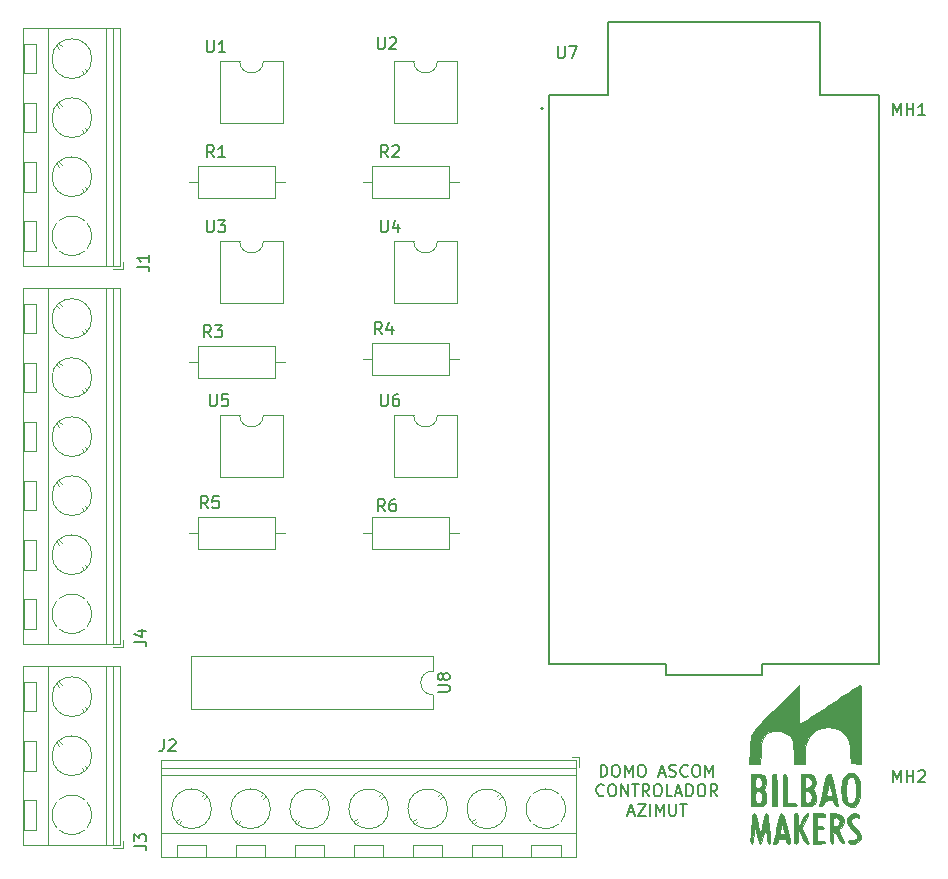
<source format=gbr>
G04 #@! TF.GenerationSoftware,KiCad,Pcbnew,(5.1.5)-3*
G04 #@! TF.CreationDate,2020-04-24T15:39:01+02:00*
G04 #@! TF.ProjectId,PlacaIOAzimut,506c6163-6149-44f4-917a-696d75742e6b,rev?*
G04 #@! TF.SameCoordinates,Original*
G04 #@! TF.FileFunction,Legend,Top*
G04 #@! TF.FilePolarity,Positive*
%FSLAX46Y46*%
G04 Gerber Fmt 4.6, Leading zero omitted, Abs format (unit mm)*
G04 Created by KiCad (PCBNEW (5.1.5)-3) date 2020-04-24 15:39:01*
%MOMM*%
%LPD*%
G04 APERTURE LIST*
%ADD10C,0.150000*%
%ADD11C,0.010000*%
%ADD12C,0.120000*%
%ADD13C,0.127000*%
%ADD14C,0.200000*%
G04 APERTURE END LIST*
D10*
X95822095Y-107768380D02*
X95822095Y-106768380D01*
X96060190Y-106768380D01*
X96203047Y-106816000D01*
X96298285Y-106911238D01*
X96345904Y-107006476D01*
X96393523Y-107196952D01*
X96393523Y-107339809D01*
X96345904Y-107530285D01*
X96298285Y-107625523D01*
X96203047Y-107720761D01*
X96060190Y-107768380D01*
X95822095Y-107768380D01*
X97012571Y-106768380D02*
X97203047Y-106768380D01*
X97298285Y-106816000D01*
X97393523Y-106911238D01*
X97441142Y-107101714D01*
X97441142Y-107435047D01*
X97393523Y-107625523D01*
X97298285Y-107720761D01*
X97203047Y-107768380D01*
X97012571Y-107768380D01*
X96917333Y-107720761D01*
X96822095Y-107625523D01*
X96774476Y-107435047D01*
X96774476Y-107101714D01*
X96822095Y-106911238D01*
X96917333Y-106816000D01*
X97012571Y-106768380D01*
X97869714Y-107768380D02*
X97869714Y-106768380D01*
X98203047Y-107482666D01*
X98536380Y-106768380D01*
X98536380Y-107768380D01*
X99203047Y-106768380D02*
X99393523Y-106768380D01*
X99488761Y-106816000D01*
X99584000Y-106911238D01*
X99631619Y-107101714D01*
X99631619Y-107435047D01*
X99584000Y-107625523D01*
X99488761Y-107720761D01*
X99393523Y-107768380D01*
X99203047Y-107768380D01*
X99107809Y-107720761D01*
X99012571Y-107625523D01*
X98964952Y-107435047D01*
X98964952Y-107101714D01*
X99012571Y-106911238D01*
X99107809Y-106816000D01*
X99203047Y-106768380D01*
X100774476Y-107482666D02*
X101250666Y-107482666D01*
X100679238Y-107768380D02*
X101012571Y-106768380D01*
X101345904Y-107768380D01*
X101631619Y-107720761D02*
X101774476Y-107768380D01*
X102012571Y-107768380D01*
X102107809Y-107720761D01*
X102155428Y-107673142D01*
X102203047Y-107577904D01*
X102203047Y-107482666D01*
X102155428Y-107387428D01*
X102107809Y-107339809D01*
X102012571Y-107292190D01*
X101822095Y-107244571D01*
X101726857Y-107196952D01*
X101679238Y-107149333D01*
X101631619Y-107054095D01*
X101631619Y-106958857D01*
X101679238Y-106863619D01*
X101726857Y-106816000D01*
X101822095Y-106768380D01*
X102060190Y-106768380D01*
X102203047Y-106816000D01*
X103203047Y-107673142D02*
X103155428Y-107720761D01*
X103012571Y-107768380D01*
X102917333Y-107768380D01*
X102774476Y-107720761D01*
X102679238Y-107625523D01*
X102631619Y-107530285D01*
X102584000Y-107339809D01*
X102584000Y-107196952D01*
X102631619Y-107006476D01*
X102679238Y-106911238D01*
X102774476Y-106816000D01*
X102917333Y-106768380D01*
X103012571Y-106768380D01*
X103155428Y-106816000D01*
X103203047Y-106863619D01*
X103822095Y-106768380D02*
X104012571Y-106768380D01*
X104107809Y-106816000D01*
X104203047Y-106911238D01*
X104250666Y-107101714D01*
X104250666Y-107435047D01*
X104203047Y-107625523D01*
X104107809Y-107720761D01*
X104012571Y-107768380D01*
X103822095Y-107768380D01*
X103726857Y-107720761D01*
X103631619Y-107625523D01*
X103584000Y-107435047D01*
X103584000Y-107101714D01*
X103631619Y-106911238D01*
X103726857Y-106816000D01*
X103822095Y-106768380D01*
X104679238Y-107768380D02*
X104679238Y-106768380D01*
X105012571Y-107482666D01*
X105345904Y-106768380D01*
X105345904Y-107768380D01*
X96084000Y-109323142D02*
X96036380Y-109370761D01*
X95893523Y-109418380D01*
X95798285Y-109418380D01*
X95655428Y-109370761D01*
X95560190Y-109275523D01*
X95512571Y-109180285D01*
X95464952Y-108989809D01*
X95464952Y-108846952D01*
X95512571Y-108656476D01*
X95560190Y-108561238D01*
X95655428Y-108466000D01*
X95798285Y-108418380D01*
X95893523Y-108418380D01*
X96036380Y-108466000D01*
X96084000Y-108513619D01*
X96703047Y-108418380D02*
X96893523Y-108418380D01*
X96988761Y-108466000D01*
X97084000Y-108561238D01*
X97131619Y-108751714D01*
X97131619Y-109085047D01*
X97084000Y-109275523D01*
X96988761Y-109370761D01*
X96893523Y-109418380D01*
X96703047Y-109418380D01*
X96607809Y-109370761D01*
X96512571Y-109275523D01*
X96464952Y-109085047D01*
X96464952Y-108751714D01*
X96512571Y-108561238D01*
X96607809Y-108466000D01*
X96703047Y-108418380D01*
X97560190Y-109418380D02*
X97560190Y-108418380D01*
X98131619Y-109418380D01*
X98131619Y-108418380D01*
X98464952Y-108418380D02*
X99036380Y-108418380D01*
X98750666Y-109418380D02*
X98750666Y-108418380D01*
X99941142Y-109418380D02*
X99607809Y-108942190D01*
X99369714Y-109418380D02*
X99369714Y-108418380D01*
X99750666Y-108418380D01*
X99845904Y-108466000D01*
X99893523Y-108513619D01*
X99941142Y-108608857D01*
X99941142Y-108751714D01*
X99893523Y-108846952D01*
X99845904Y-108894571D01*
X99750666Y-108942190D01*
X99369714Y-108942190D01*
X100560190Y-108418380D02*
X100750666Y-108418380D01*
X100845904Y-108466000D01*
X100941142Y-108561238D01*
X100988761Y-108751714D01*
X100988761Y-109085047D01*
X100941142Y-109275523D01*
X100845904Y-109370761D01*
X100750666Y-109418380D01*
X100560190Y-109418380D01*
X100464952Y-109370761D01*
X100369714Y-109275523D01*
X100322095Y-109085047D01*
X100322095Y-108751714D01*
X100369714Y-108561238D01*
X100464952Y-108466000D01*
X100560190Y-108418380D01*
X101893523Y-109418380D02*
X101417333Y-109418380D01*
X101417333Y-108418380D01*
X102179238Y-109132666D02*
X102655428Y-109132666D01*
X102084000Y-109418380D02*
X102417333Y-108418380D01*
X102750666Y-109418380D01*
X103084000Y-109418380D02*
X103084000Y-108418380D01*
X103322095Y-108418380D01*
X103464952Y-108466000D01*
X103560190Y-108561238D01*
X103607809Y-108656476D01*
X103655428Y-108846952D01*
X103655428Y-108989809D01*
X103607809Y-109180285D01*
X103560190Y-109275523D01*
X103464952Y-109370761D01*
X103322095Y-109418380D01*
X103084000Y-109418380D01*
X104274476Y-108418380D02*
X104464952Y-108418380D01*
X104560190Y-108466000D01*
X104655428Y-108561238D01*
X104703047Y-108751714D01*
X104703047Y-109085047D01*
X104655428Y-109275523D01*
X104560190Y-109370761D01*
X104464952Y-109418380D01*
X104274476Y-109418380D01*
X104179238Y-109370761D01*
X104084000Y-109275523D01*
X104036380Y-109085047D01*
X104036380Y-108751714D01*
X104084000Y-108561238D01*
X104179238Y-108466000D01*
X104274476Y-108418380D01*
X105703047Y-109418380D02*
X105369714Y-108942190D01*
X105131619Y-109418380D02*
X105131619Y-108418380D01*
X105512571Y-108418380D01*
X105607809Y-108466000D01*
X105655428Y-108513619D01*
X105703047Y-108608857D01*
X105703047Y-108751714D01*
X105655428Y-108846952D01*
X105607809Y-108894571D01*
X105512571Y-108942190D01*
X105131619Y-108942190D01*
X98155428Y-110782666D02*
X98631619Y-110782666D01*
X98060190Y-111068380D02*
X98393523Y-110068380D01*
X98726857Y-111068380D01*
X98964952Y-110068380D02*
X99631619Y-110068380D01*
X98964952Y-111068380D01*
X99631619Y-111068380D01*
X100012571Y-111068380D02*
X100012571Y-110068380D01*
X100488761Y-111068380D02*
X100488761Y-110068380D01*
X100822095Y-110782666D01*
X101155428Y-110068380D01*
X101155428Y-111068380D01*
X101631619Y-110068380D02*
X101631619Y-110877904D01*
X101679238Y-110973142D01*
X101726857Y-111020761D01*
X101822095Y-111068380D01*
X102012571Y-111068380D01*
X102107809Y-111020761D01*
X102155428Y-110973142D01*
X102203047Y-110877904D01*
X102203047Y-110068380D01*
X102536380Y-110068380D02*
X103107809Y-110068380D01*
X102822095Y-111068380D02*
X102822095Y-110068380D01*
D11*
G36*
X112602391Y-101605944D02*
G01*
X112605580Y-102117704D01*
X112614462Y-102568363D01*
X112628007Y-102930945D01*
X112645184Y-103178476D01*
X112664962Y-103283981D01*
X112666532Y-103285423D01*
X112750309Y-103248963D01*
X112959264Y-103127717D01*
X113276604Y-102932296D01*
X113685538Y-102673309D01*
X114169274Y-102361368D01*
X114711018Y-102007082D01*
X115168047Y-101704846D01*
X115749111Y-101319162D01*
X116289313Y-100961383D01*
X116771006Y-100643137D01*
X117176542Y-100376050D01*
X117488274Y-100171753D01*
X117688553Y-100041873D01*
X117755084Y-100000249D01*
X117792662Y-99986752D01*
X117823379Y-100003257D01*
X117847923Y-100064945D01*
X117866982Y-100186999D01*
X117881247Y-100384600D01*
X117891403Y-100672929D01*
X117898141Y-101067168D01*
X117902148Y-101582499D01*
X117904114Y-102234104D01*
X117904725Y-103037164D01*
X117904748Y-103300780D01*
X117904748Y-106686373D01*
X117006768Y-106634673D01*
X116954619Y-105779454D01*
X116911829Y-105261008D01*
X116848417Y-104874222D01*
X116752552Y-104579937D01*
X116612400Y-104338995D01*
X116466815Y-104165135D01*
X116068050Y-103856397D01*
X115585908Y-103666370D01*
X115062108Y-103597116D01*
X114538372Y-103650700D01*
X114056422Y-103829185D01*
X113764096Y-104031441D01*
X113521389Y-104282782D01*
X113349692Y-104565275D01*
X113235746Y-104916083D01*
X113166296Y-105372372D01*
X113136162Y-105791733D01*
X113090958Y-106677434D01*
X112193241Y-106677434D01*
X112162202Y-105699629D01*
X112135981Y-105190589D01*
X112084474Y-104817303D01*
X111992365Y-104544772D01*
X111844335Y-104337999D01*
X111625068Y-104161984D01*
X111439805Y-104049043D01*
X110989174Y-103886110D01*
X110505550Y-103884704D01*
X110073007Y-104017285D01*
X109816497Y-104170610D01*
X109629157Y-104380693D01*
X109500175Y-104674233D01*
X109418739Y-105077928D01*
X109374037Y-105618479D01*
X109368071Y-105758074D01*
X109333637Y-106677434D01*
X108388726Y-106677434D01*
X108430172Y-105629791D01*
X108447777Y-105225286D01*
X108473355Y-104886071D01*
X108518695Y-104592675D01*
X108595591Y-104325628D01*
X108715833Y-104065460D01*
X108891213Y-103792699D01*
X109133523Y-103487876D01*
X109454554Y-103131521D01*
X109866099Y-102704162D01*
X110379949Y-102186329D01*
X110723799Y-101842560D01*
X112602391Y-99965424D01*
X112602391Y-101605944D01*
G37*
X112602391Y-101605944D02*
X112605580Y-102117704D01*
X112614462Y-102568363D01*
X112628007Y-102930945D01*
X112645184Y-103178476D01*
X112664962Y-103283981D01*
X112666532Y-103285423D01*
X112750309Y-103248963D01*
X112959264Y-103127717D01*
X113276604Y-102932296D01*
X113685538Y-102673309D01*
X114169274Y-102361368D01*
X114711018Y-102007082D01*
X115168047Y-101704846D01*
X115749111Y-101319162D01*
X116289313Y-100961383D01*
X116771006Y-100643137D01*
X117176542Y-100376050D01*
X117488274Y-100171753D01*
X117688553Y-100041873D01*
X117755084Y-100000249D01*
X117792662Y-99986752D01*
X117823379Y-100003257D01*
X117847923Y-100064945D01*
X117866982Y-100186999D01*
X117881247Y-100384600D01*
X117891403Y-100672929D01*
X117898141Y-101067168D01*
X117902148Y-101582499D01*
X117904114Y-102234104D01*
X117904725Y-103037164D01*
X117904748Y-103300780D01*
X117904748Y-106686373D01*
X117006768Y-106634673D01*
X116954619Y-105779454D01*
X116911829Y-105261008D01*
X116848417Y-104874222D01*
X116752552Y-104579937D01*
X116612400Y-104338995D01*
X116466815Y-104165135D01*
X116068050Y-103856397D01*
X115585908Y-103666370D01*
X115062108Y-103597116D01*
X114538372Y-103650700D01*
X114056422Y-103829185D01*
X113764096Y-104031441D01*
X113521389Y-104282782D01*
X113349692Y-104565275D01*
X113235746Y-104916083D01*
X113166296Y-105372372D01*
X113136162Y-105791733D01*
X113090958Y-106677434D01*
X112193241Y-106677434D01*
X112162202Y-105699629D01*
X112135981Y-105190589D01*
X112084474Y-104817303D01*
X111992365Y-104544772D01*
X111844335Y-104337999D01*
X111625068Y-104161984D01*
X111439805Y-104049043D01*
X110989174Y-103886110D01*
X110505550Y-103884704D01*
X110073007Y-104017285D01*
X109816497Y-104170610D01*
X109629157Y-104380693D01*
X109500175Y-104674233D01*
X109418739Y-105077928D01*
X109374037Y-105618479D01*
X109368071Y-105758074D01*
X109333637Y-106677434D01*
X108388726Y-106677434D01*
X108430172Y-105629791D01*
X108447777Y-105225286D01*
X108473355Y-104886071D01*
X108518695Y-104592675D01*
X108595591Y-104325628D01*
X108715833Y-104065460D01*
X108891213Y-103792699D01*
X109133523Y-103487876D01*
X109454554Y-103131521D01*
X109866099Y-102704162D01*
X110379949Y-102186329D01*
X110723799Y-101842560D01*
X112602391Y-99965424D01*
X112602391Y-101605944D01*
G36*
X115320522Y-107544535D02*
G01*
X115339091Y-107568160D01*
X115356719Y-107662995D01*
X115404285Y-107888711D01*
X115473810Y-108209402D01*
X115557316Y-108589161D01*
X115646824Y-108992081D01*
X115734358Y-109382255D01*
X115811937Y-109723777D01*
X115871585Y-109980739D01*
X115905322Y-110117234D01*
X115906023Y-110119690D01*
X115893482Y-110241023D01*
X115779259Y-110269353D01*
X115634132Y-110206041D01*
X115551899Y-110008251D01*
X115501480Y-109843219D01*
X115410813Y-109773820D01*
X115223415Y-109767625D01*
X115142283Y-109773066D01*
X114907440Y-109807525D01*
X114789287Y-109886550D01*
X114740340Y-110012788D01*
X114625524Y-110202388D01*
X114493764Y-110254967D01*
X114352001Y-110250384D01*
X114335969Y-110155170D01*
X114343678Y-110126684D01*
X114379389Y-109988217D01*
X114444352Y-109718870D01*
X114530047Y-109354581D01*
X114554232Y-109250017D01*
X114924690Y-109250017D01*
X114954901Y-109363659D01*
X115049294Y-109407706D01*
X115169677Y-109414134D01*
X115347049Y-109398637D01*
X115397076Y-109319233D01*
X115374905Y-109178949D01*
X115316896Y-108937947D01*
X115242712Y-108649310D01*
X115230002Y-108601677D01*
X115138065Y-108259589D01*
X115032983Y-108687198D01*
X114952704Y-109035092D01*
X114924690Y-109250017D01*
X114554232Y-109250017D01*
X114627952Y-108931292D01*
X114651730Y-108827495D01*
X114750552Y-108404322D01*
X114839409Y-108040463D01*
X114909965Y-107768868D01*
X114953884Y-107622488D01*
X114960032Y-107608808D01*
X115055372Y-107555884D01*
X115204441Y-107531360D01*
X115320522Y-107544535D01*
G37*
X115320522Y-107544535D02*
X115339091Y-107568160D01*
X115356719Y-107662995D01*
X115404285Y-107888711D01*
X115473810Y-108209402D01*
X115557316Y-108589161D01*
X115646824Y-108992081D01*
X115734358Y-109382255D01*
X115811937Y-109723777D01*
X115871585Y-109980739D01*
X115905322Y-110117234D01*
X115906023Y-110119690D01*
X115893482Y-110241023D01*
X115779259Y-110269353D01*
X115634132Y-110206041D01*
X115551899Y-110008251D01*
X115501480Y-109843219D01*
X115410813Y-109773820D01*
X115223415Y-109767625D01*
X115142283Y-109773066D01*
X114907440Y-109807525D01*
X114789287Y-109886550D01*
X114740340Y-110012788D01*
X114625524Y-110202388D01*
X114493764Y-110254967D01*
X114352001Y-110250384D01*
X114335969Y-110155170D01*
X114343678Y-110126684D01*
X114379389Y-109988217D01*
X114444352Y-109718870D01*
X114530047Y-109354581D01*
X114554232Y-109250017D01*
X114924690Y-109250017D01*
X114954901Y-109363659D01*
X115049294Y-109407706D01*
X115169677Y-109414134D01*
X115347049Y-109398637D01*
X115397076Y-109319233D01*
X115374905Y-109178949D01*
X115316896Y-108937947D01*
X115242712Y-108649310D01*
X115230002Y-108601677D01*
X115138065Y-108259589D01*
X115032983Y-108687198D01*
X114952704Y-109035092D01*
X114924690Y-109250017D01*
X114554232Y-109250017D01*
X114627952Y-108931292D01*
X114651730Y-108827495D01*
X114750552Y-108404322D01*
X114839409Y-108040463D01*
X114909965Y-107768868D01*
X114953884Y-107622488D01*
X114960032Y-107608808D01*
X115055372Y-107555884D01*
X115204441Y-107531360D01*
X115320522Y-107544535D01*
G36*
X113567682Y-107552362D02*
G01*
X113778443Y-107621159D01*
X113885219Y-107703697D01*
X114015758Y-107938134D01*
X114054016Y-108237519D01*
X113997577Y-108523580D01*
X113914725Y-108659084D01*
X113820129Y-108789404D01*
X113850163Y-108895623D01*
X113914725Y-108971879D01*
X114015545Y-109185335D01*
X114053538Y-109485448D01*
X114028154Y-109799569D01*
X113938842Y-110055051D01*
X113923130Y-110079280D01*
X113818301Y-110189452D01*
X113667438Y-110247226D01*
X113418658Y-110267976D01*
X113281716Y-110269353D01*
X112773434Y-110269353D01*
X112773434Y-109499656D01*
X113115522Y-109499656D01*
X113131630Y-109817289D01*
X113192363Y-109984109D01*
X113316333Y-110018358D01*
X113522153Y-109938279D01*
X113548754Y-109924257D01*
X113672666Y-109789580D01*
X113713947Y-109540982D01*
X113714175Y-109513752D01*
X113670111Y-109206603D01*
X113531454Y-109035221D01*
X113312222Y-108986525D01*
X113203015Y-108999867D01*
X113144037Y-109066517D01*
X113119977Y-109226411D01*
X113115522Y-109499656D01*
X112773434Y-109499656D01*
X112773434Y-108259589D01*
X113115522Y-108259589D01*
X113123319Y-108532160D01*
X113156085Y-108674136D01*
X113227881Y-108725617D01*
X113280457Y-108729959D01*
X113474129Y-108671866D01*
X113579784Y-108595568D01*
X113697723Y-108379025D01*
X113691409Y-108138882D01*
X113580883Y-107929127D01*
X113386186Y-107803747D01*
X113280457Y-107789219D01*
X113184880Y-107811455D01*
X113135096Y-107904899D01*
X113117044Y-108109651D01*
X113115522Y-108259589D01*
X112773434Y-108259589D01*
X112773434Y-107532653D01*
X113243805Y-107532653D01*
X113567682Y-107552362D01*
G37*
X113567682Y-107552362D02*
X113778443Y-107621159D01*
X113885219Y-107703697D01*
X114015758Y-107938134D01*
X114054016Y-108237519D01*
X113997577Y-108523580D01*
X113914725Y-108659084D01*
X113820129Y-108789404D01*
X113850163Y-108895623D01*
X113914725Y-108971879D01*
X114015545Y-109185335D01*
X114053538Y-109485448D01*
X114028154Y-109799569D01*
X113938842Y-110055051D01*
X113923130Y-110079280D01*
X113818301Y-110189452D01*
X113667438Y-110247226D01*
X113418658Y-110267976D01*
X113281716Y-110269353D01*
X112773434Y-110269353D01*
X112773434Y-109499656D01*
X113115522Y-109499656D01*
X113131630Y-109817289D01*
X113192363Y-109984109D01*
X113316333Y-110018358D01*
X113522153Y-109938279D01*
X113548754Y-109924257D01*
X113672666Y-109789580D01*
X113713947Y-109540982D01*
X113714175Y-109513752D01*
X113670111Y-109206603D01*
X113531454Y-109035221D01*
X113312222Y-108986525D01*
X113203015Y-108999867D01*
X113144037Y-109066517D01*
X113119977Y-109226411D01*
X113115522Y-109499656D01*
X112773434Y-109499656D01*
X112773434Y-108259589D01*
X113115522Y-108259589D01*
X113123319Y-108532160D01*
X113156085Y-108674136D01*
X113227881Y-108725617D01*
X113280457Y-108729959D01*
X113474129Y-108671866D01*
X113579784Y-108595568D01*
X113697723Y-108379025D01*
X113691409Y-108138882D01*
X113580883Y-107929127D01*
X113386186Y-107803747D01*
X113280457Y-107789219D01*
X113184880Y-107811455D01*
X113135096Y-107904899D01*
X113117044Y-108109651D01*
X113115522Y-108259589D01*
X112773434Y-108259589D01*
X112773434Y-107532653D01*
X113243805Y-107532653D01*
X113567682Y-107552362D01*
G36*
X111471773Y-107541289D02*
G01*
X111518433Y-107584422D01*
X111548629Y-107687886D01*
X111565924Y-107877520D01*
X111573882Y-108179158D01*
X111576066Y-108618637D01*
X111576128Y-108772720D01*
X111576128Y-110012788D01*
X112003737Y-110012788D01*
X112272645Y-110026521D01*
X112403984Y-110074069D01*
X112431347Y-110141070D01*
X112396140Y-110210769D01*
X112269549Y-110250659D01*
X112020114Y-110267483D01*
X111832694Y-110269353D01*
X111234040Y-110269353D01*
X111234040Y-108901003D01*
X111235039Y-108389352D01*
X111240086Y-108024130D01*
X111252259Y-107780721D01*
X111274633Y-107634515D01*
X111310285Y-107560897D01*
X111362292Y-107535254D01*
X111405084Y-107532653D01*
X111471773Y-107541289D01*
G37*
X111471773Y-107541289D02*
X111518433Y-107584422D01*
X111548629Y-107687886D01*
X111565924Y-107877520D01*
X111573882Y-108179158D01*
X111576066Y-108618637D01*
X111576128Y-108772720D01*
X111576128Y-110012788D01*
X112003737Y-110012788D01*
X112272645Y-110026521D01*
X112403984Y-110074069D01*
X112431347Y-110141070D01*
X112396140Y-110210769D01*
X112269549Y-110250659D01*
X112020114Y-110267483D01*
X111832694Y-110269353D01*
X111234040Y-110269353D01*
X111234040Y-108901003D01*
X111235039Y-108389352D01*
X111240086Y-108024130D01*
X111252259Y-107780721D01*
X111274633Y-107634515D01*
X111310285Y-107560897D01*
X111362292Y-107535254D01*
X111405084Y-107532653D01*
X111471773Y-107541289D01*
G36*
X110613822Y-107540642D02*
G01*
X110659475Y-107581020D01*
X110689901Y-107678398D01*
X110708176Y-107857390D01*
X110717379Y-108142609D01*
X110720584Y-108558669D01*
X110720909Y-108901003D01*
X110720909Y-110269353D01*
X110300304Y-110269353D01*
X110330717Y-108965145D01*
X110341825Y-108508485D01*
X110352313Y-108113004D01*
X110361284Y-107809963D01*
X110367841Y-107630626D01*
X110369976Y-107596794D01*
X110449750Y-107544433D01*
X110549865Y-107532653D01*
X110613822Y-107540642D01*
G37*
X110613822Y-107540642D02*
X110659475Y-107581020D01*
X110689901Y-107678398D01*
X110708176Y-107857390D01*
X110717379Y-108142609D01*
X110720584Y-108558669D01*
X110720909Y-108901003D01*
X110720909Y-110269353D01*
X110300304Y-110269353D01*
X110330717Y-108965145D01*
X110341825Y-108508485D01*
X110352313Y-108113004D01*
X110361284Y-107809963D01*
X110367841Y-107630626D01*
X110369976Y-107596794D01*
X110449750Y-107544433D01*
X110549865Y-107532653D01*
X110613822Y-107540642D01*
G36*
X109324134Y-107552187D02*
G01*
X109556566Y-107602066D01*
X109637493Y-107639836D01*
X109777196Y-107834208D01*
X109841786Y-108114176D01*
X109823252Y-108408001D01*
X109744966Y-108602143D01*
X109653482Y-108771834D01*
X109667039Y-108899605D01*
X109734045Y-109007677D01*
X109835040Y-109268934D01*
X109859872Y-109599857D01*
X109808656Y-109917020D01*
X109732558Y-110079280D01*
X109627728Y-110189452D01*
X109476865Y-110247226D01*
X109228085Y-110267976D01*
X109091144Y-110269353D01*
X108582862Y-110269353D01*
X108582862Y-109499656D01*
X108924950Y-109499656D01*
X108930064Y-109784544D01*
X108955613Y-109938401D01*
X109016906Y-110001164D01*
X109121650Y-110012788D01*
X109322695Y-109970542D01*
X109420976Y-109910161D01*
X109496382Y-109741333D01*
X109520533Y-109492107D01*
X109493427Y-109245267D01*
X109420976Y-109089151D01*
X109257154Y-109006300D01*
X109121650Y-108986525D01*
X109012443Y-108999867D01*
X108953464Y-109066517D01*
X108929405Y-109226411D01*
X108924950Y-109499656D01*
X108582862Y-109499656D01*
X108582862Y-108265270D01*
X108924950Y-108265270D01*
X108929087Y-108535673D01*
X108955165Y-108674439D01*
X109023684Y-108720966D01*
X109155144Y-108714655D01*
X109158561Y-108714259D01*
X109371465Y-108625374D01*
X109473185Y-108455459D01*
X109507145Y-108180466D01*
X109427595Y-107949899D01*
X109257794Y-107810348D01*
X109140588Y-107789219D01*
X109017663Y-107800997D01*
X108953328Y-107864091D01*
X108928720Y-108020145D01*
X108924950Y-108265270D01*
X108582862Y-108265270D01*
X108582862Y-107532653D01*
X109036887Y-107532653D01*
X109324134Y-107552187D01*
G37*
X109324134Y-107552187D02*
X109556566Y-107602066D01*
X109637493Y-107639836D01*
X109777196Y-107834208D01*
X109841786Y-108114176D01*
X109823252Y-108408001D01*
X109744966Y-108602143D01*
X109653482Y-108771834D01*
X109667039Y-108899605D01*
X109734045Y-109007677D01*
X109835040Y-109268934D01*
X109859872Y-109599857D01*
X109808656Y-109917020D01*
X109732558Y-110079280D01*
X109627728Y-110189452D01*
X109476865Y-110247226D01*
X109228085Y-110267976D01*
X109091144Y-110269353D01*
X108582862Y-110269353D01*
X108582862Y-109499656D01*
X108924950Y-109499656D01*
X108930064Y-109784544D01*
X108955613Y-109938401D01*
X109016906Y-110001164D01*
X109121650Y-110012788D01*
X109322695Y-109970542D01*
X109420976Y-109910161D01*
X109496382Y-109741333D01*
X109520533Y-109492107D01*
X109493427Y-109245267D01*
X109420976Y-109089151D01*
X109257154Y-109006300D01*
X109121650Y-108986525D01*
X109012443Y-108999867D01*
X108953464Y-109066517D01*
X108929405Y-109226411D01*
X108924950Y-109499656D01*
X108582862Y-109499656D01*
X108582862Y-108265270D01*
X108924950Y-108265270D01*
X108929087Y-108535673D01*
X108955165Y-108674439D01*
X109023684Y-108720966D01*
X109155144Y-108714655D01*
X109158561Y-108714259D01*
X109371465Y-108625374D01*
X109473185Y-108455459D01*
X109507145Y-108180466D01*
X109427595Y-107949899D01*
X109257794Y-107810348D01*
X109140588Y-107789219D01*
X109017663Y-107800997D01*
X108953328Y-107864091D01*
X108928720Y-108020145D01*
X108924950Y-108265270D01*
X108582862Y-108265270D01*
X108582862Y-107532653D01*
X109036887Y-107532653D01*
X109324134Y-107552187D01*
G36*
X117391616Y-107557524D02*
G01*
X117564911Y-107711179D01*
X117699458Y-107940465D01*
X117707496Y-107962492D01*
X117771955Y-108266906D01*
X117805761Y-108672482D01*
X117808084Y-109111959D01*
X117778091Y-109518076D01*
X117729903Y-109775081D01*
X117569652Y-110100363D01*
X117326729Y-110296475D01*
X117035779Y-110353603D01*
X116731445Y-110261929D01*
X116537791Y-110112860D01*
X116371677Y-109896442D01*
X116274273Y-109621654D01*
X116235188Y-109385924D01*
X116211075Y-108955036D01*
X116625142Y-108955036D01*
X116641089Y-109328623D01*
X116677525Y-109635641D01*
X116721169Y-109794959D01*
X116877049Y-109969743D01*
X117086127Y-110007813D01*
X117289464Y-109901613D01*
X117317003Y-109871361D01*
X117381113Y-109715914D01*
X117419494Y-109425818D01*
X117434112Y-108984826D01*
X117434377Y-108901003D01*
X117422721Y-108434980D01*
X117381417Y-108114803D01*
X117300958Y-107916464D01*
X117171840Y-107815954D01*
X116994179Y-107789219D01*
X116800329Y-107856997D01*
X116705324Y-108008591D01*
X116656751Y-108237646D01*
X116630194Y-108572252D01*
X116625142Y-108955036D01*
X116211075Y-108955036D01*
X116202150Y-108795555D01*
X116255097Y-108295799D01*
X116385532Y-107900090D01*
X116584959Y-107621862D01*
X116844882Y-107474548D01*
X117156805Y-107471582D01*
X117391616Y-107557524D01*
G37*
X117391616Y-107557524D02*
X117564911Y-107711179D01*
X117699458Y-107940465D01*
X117707496Y-107962492D01*
X117771955Y-108266906D01*
X117805761Y-108672482D01*
X117808084Y-109111959D01*
X117778091Y-109518076D01*
X117729903Y-109775081D01*
X117569652Y-110100363D01*
X117326729Y-110296475D01*
X117035779Y-110353603D01*
X116731445Y-110261929D01*
X116537791Y-110112860D01*
X116371677Y-109896442D01*
X116274273Y-109621654D01*
X116235188Y-109385924D01*
X116211075Y-108955036D01*
X116625142Y-108955036D01*
X116641089Y-109328623D01*
X116677525Y-109635641D01*
X116721169Y-109794959D01*
X116877049Y-109969743D01*
X117086127Y-110007813D01*
X117289464Y-109901613D01*
X117317003Y-109871361D01*
X117381113Y-109715914D01*
X117419494Y-109425818D01*
X117434112Y-108984826D01*
X117434377Y-108901003D01*
X117422721Y-108434980D01*
X117381417Y-108114803D01*
X117300958Y-107916464D01*
X117171840Y-107815954D01*
X116994179Y-107789219D01*
X116800329Y-107856997D01*
X116705324Y-108008591D01*
X116656751Y-108237646D01*
X116630194Y-108572252D01*
X116625142Y-108955036D01*
X116211075Y-108955036D01*
X116202150Y-108795555D01*
X116255097Y-108295799D01*
X116385532Y-107900090D01*
X116584959Y-107621862D01*
X116844882Y-107474548D01*
X117156805Y-107471582D01*
X117391616Y-107557524D01*
G36*
X115574276Y-110869267D02*
G01*
X115971932Y-110927644D01*
X116249763Y-111094941D01*
X116389973Y-111339462D01*
X116414868Y-111624252D01*
X116345972Y-111889867D01*
X116204154Y-112078121D01*
X116107758Y-112126324D01*
X115970053Y-112178986D01*
X115937744Y-112210879D01*
X115972918Y-112301240D01*
X116066123Y-112504554D01*
X116198881Y-112780796D01*
X116231647Y-112847556D01*
X116376123Y-113145805D01*
X116449136Y-113321332D01*
X116456306Y-113404104D01*
X116403255Y-113424089D01*
X116338549Y-113417520D01*
X116190435Y-113336716D01*
X116033642Y-113123071D01*
X115917201Y-112899151D01*
X115783450Y-112644794D01*
X115666083Y-112467129D01*
X115596494Y-112407400D01*
X115549960Y-112485560D01*
X115518905Y-112690977D01*
X115510135Y-112920532D01*
X115500283Y-113218484D01*
X115465358Y-113378453D01*
X115397309Y-113432651D01*
X115381852Y-113433663D01*
X115331644Y-113410394D01*
X115296159Y-113324738D01*
X115273020Y-113152920D01*
X115259848Y-112871166D01*
X115254266Y-112455701D01*
X115253569Y-112150835D01*
X115253569Y-111594943D01*
X115510135Y-111594943D01*
X115519120Y-111832534D01*
X115562784Y-111945102D01*
X115666184Y-111978399D01*
X115720930Y-111979791D01*
X115938547Y-111904384D01*
X116029056Y-111797929D01*
X116079866Y-111562480D01*
X116004372Y-111353687D01*
X115830817Y-111226291D01*
X115725773Y-111210094D01*
X115592742Y-111225778D01*
X115529713Y-111303413D01*
X115510984Y-111488871D01*
X115510135Y-111594943D01*
X115253569Y-111594943D01*
X115253569Y-110868007D01*
X115574276Y-110869267D01*
G37*
X115574276Y-110869267D02*
X115971932Y-110927644D01*
X116249763Y-111094941D01*
X116389973Y-111339462D01*
X116414868Y-111624252D01*
X116345972Y-111889867D01*
X116204154Y-112078121D01*
X116107758Y-112126324D01*
X115970053Y-112178986D01*
X115937744Y-112210879D01*
X115972918Y-112301240D01*
X116066123Y-112504554D01*
X116198881Y-112780796D01*
X116231647Y-112847556D01*
X116376123Y-113145805D01*
X116449136Y-113321332D01*
X116456306Y-113404104D01*
X116403255Y-113424089D01*
X116338549Y-113417520D01*
X116190435Y-113336716D01*
X116033642Y-113123071D01*
X115917201Y-112899151D01*
X115783450Y-112644794D01*
X115666083Y-112467129D01*
X115596494Y-112407400D01*
X115549960Y-112485560D01*
X115518905Y-112690977D01*
X115510135Y-112920532D01*
X115500283Y-113218484D01*
X115465358Y-113378453D01*
X115397309Y-113432651D01*
X115381852Y-113433663D01*
X115331644Y-113410394D01*
X115296159Y-113324738D01*
X115273020Y-113152920D01*
X115259848Y-112871166D01*
X115254266Y-112455701D01*
X115253569Y-112150835D01*
X115253569Y-111594943D01*
X115510135Y-111594943D01*
X115519120Y-111832534D01*
X115562784Y-111945102D01*
X115666184Y-111978399D01*
X115720930Y-111979791D01*
X115938547Y-111904384D01*
X116029056Y-111797929D01*
X116079866Y-111562480D01*
X116004372Y-111353687D01*
X115830817Y-111226291D01*
X115725773Y-111210094D01*
X115592742Y-111225778D01*
X115529713Y-111303413D01*
X115510984Y-111488871D01*
X115510135Y-111594943D01*
X115253569Y-111594943D01*
X115253569Y-110868007D01*
X115574276Y-110869267D01*
G36*
X114599423Y-110874247D02*
G01*
X114754283Y-110901663D01*
X114816526Y-110963292D01*
X114825960Y-111039050D01*
X114797273Y-111150953D01*
X114681324Y-111200410D01*
X114483872Y-111210094D01*
X114141785Y-111210094D01*
X114141785Y-111594943D01*
X114148174Y-111831410D01*
X114191481Y-111943385D01*
X114307910Y-111977417D01*
X114441111Y-111979791D01*
X114662498Y-112007609D01*
X114739897Y-112096390D01*
X114740438Y-112108074D01*
X114675529Y-112202954D01*
X114468373Y-112236125D01*
X114441111Y-112236357D01*
X114141785Y-112236357D01*
X114141785Y-113177097D01*
X114483872Y-113177097D01*
X114721736Y-113198280D01*
X114819751Y-113268500D01*
X114825960Y-113305380D01*
X114786552Y-113379868D01*
X114646854Y-113419861D01*
X114374655Y-113433410D01*
X114312828Y-113433663D01*
X113799697Y-113433663D01*
X113799697Y-110868007D01*
X114312828Y-110868007D01*
X114599423Y-110874247D01*
G37*
X114599423Y-110874247D02*
X114754283Y-110901663D01*
X114816526Y-110963292D01*
X114825960Y-111039050D01*
X114797273Y-111150953D01*
X114681324Y-111200410D01*
X114483872Y-111210094D01*
X114141785Y-111210094D01*
X114141785Y-111594943D01*
X114148174Y-111831410D01*
X114191481Y-111943385D01*
X114307910Y-111977417D01*
X114441111Y-111979791D01*
X114662498Y-112007609D01*
X114739897Y-112096390D01*
X114740438Y-112108074D01*
X114675529Y-112202954D01*
X114468373Y-112236125D01*
X114441111Y-112236357D01*
X114141785Y-112236357D01*
X114141785Y-113177097D01*
X114483872Y-113177097D01*
X114721736Y-113198280D01*
X114819751Y-113268500D01*
X114825960Y-113305380D01*
X114786552Y-113379868D01*
X114646854Y-113419861D01*
X114374655Y-113433410D01*
X114312828Y-113433663D01*
X113799697Y-113433663D01*
X113799697Y-110868007D01*
X114312828Y-110868007D01*
X114599423Y-110874247D01*
G36*
X113424026Y-110891438D02*
G01*
X113409385Y-110983127D01*
X113330610Y-111186328D01*
X113203542Y-111461355D01*
X113167905Y-111533074D01*
X112867223Y-112130149D01*
X113162416Y-112746114D01*
X113300268Y-113037932D01*
X113403730Y-113264892D01*
X113455016Y-113387721D01*
X113457609Y-113397871D01*
X113386043Y-113427545D01*
X113295903Y-113433663D01*
X113178408Y-113379327D01*
X113049371Y-113202115D01*
X112893309Y-112880719D01*
X112892024Y-112877771D01*
X112764146Y-112604138D01*
X112654863Y-112405675D01*
X112586379Y-112322370D01*
X112583360Y-112321879D01*
X112549498Y-112399889D01*
X112525549Y-112603998D01*
X112516869Y-112877771D01*
X112511538Y-113178611D01*
X112487792Y-113346336D01*
X112434003Y-113418742D01*
X112345825Y-113433663D01*
X112280088Y-113425257D01*
X112233768Y-113383098D01*
X112203478Y-113281779D01*
X112185830Y-113095890D01*
X112177436Y-112800023D01*
X112174909Y-112368769D01*
X112174781Y-112150835D01*
X112175902Y-111657806D01*
X112181523Y-111310409D01*
X112195032Y-111083235D01*
X112219818Y-110950875D01*
X112259267Y-110887920D01*
X112316767Y-110868962D01*
X112345825Y-110868007D01*
X112438391Y-110885332D01*
X112489999Y-110962505D01*
X112512278Y-111137320D01*
X112516869Y-111423899D01*
X112527231Y-111706990D01*
X112554342Y-111907209D01*
X112590711Y-111979791D01*
X112660484Y-111907732D01*
X112771734Y-111719038D01*
X112897287Y-111461194D01*
X113075947Y-111118212D01*
X113237959Y-110915025D01*
X113373444Y-110862320D01*
X113424026Y-110891438D01*
G37*
X113424026Y-110891438D02*
X113409385Y-110983127D01*
X113330610Y-111186328D01*
X113203542Y-111461355D01*
X113167905Y-111533074D01*
X112867223Y-112130149D01*
X113162416Y-112746114D01*
X113300268Y-113037932D01*
X113403730Y-113264892D01*
X113455016Y-113387721D01*
X113457609Y-113397871D01*
X113386043Y-113427545D01*
X113295903Y-113433663D01*
X113178408Y-113379327D01*
X113049371Y-113202115D01*
X112893309Y-112880719D01*
X112892024Y-112877771D01*
X112764146Y-112604138D01*
X112654863Y-112405675D01*
X112586379Y-112322370D01*
X112583360Y-112321879D01*
X112549498Y-112399889D01*
X112525549Y-112603998D01*
X112516869Y-112877771D01*
X112511538Y-113178611D01*
X112487792Y-113346336D01*
X112434003Y-113418742D01*
X112345825Y-113433663D01*
X112280088Y-113425257D01*
X112233768Y-113383098D01*
X112203478Y-113281779D01*
X112185830Y-113095890D01*
X112177436Y-112800023D01*
X112174909Y-112368769D01*
X112174781Y-112150835D01*
X112175902Y-111657806D01*
X112181523Y-111310409D01*
X112195032Y-111083235D01*
X112219818Y-110950875D01*
X112259267Y-110887920D01*
X112316767Y-110868962D01*
X112345825Y-110868007D01*
X112438391Y-110885332D01*
X112489999Y-110962505D01*
X112512278Y-111137320D01*
X112516869Y-111423899D01*
X112527231Y-111706990D01*
X112554342Y-111907209D01*
X112590711Y-111979791D01*
X112660484Y-111907732D01*
X112771734Y-111719038D01*
X112897287Y-111461194D01*
X113075947Y-111118212D01*
X113237959Y-110915025D01*
X113373444Y-110862320D01*
X113424026Y-110891438D01*
G36*
X111209032Y-110891333D02*
G01*
X111275013Y-110977621D01*
X111345109Y-111151337D01*
X111428632Y-111436946D01*
X111534892Y-111858913D01*
X111569113Y-112001171D01*
X111672292Y-112430103D01*
X111764357Y-112807840D01*
X111836511Y-113098643D01*
X111879957Y-113266773D01*
X111884864Y-113284000D01*
X111874154Y-113405526D01*
X111762206Y-113433663D01*
X111604908Y-113356507D01*
X111539756Y-113214868D01*
X111481133Y-113071018D01*
X111366137Y-113017879D01*
X111167017Y-113022443D01*
X110945696Y-113062602D01*
X110844583Y-113154599D01*
X110821863Y-113241239D01*
X110740649Y-113399189D01*
X110603594Y-113433663D01*
X110412653Y-113433663D01*
X110632255Y-112544211D01*
X110986371Y-112544211D01*
X111053595Y-112640063D01*
X111191279Y-112663966D01*
X111360367Y-112622087D01*
X111398512Y-112514303D01*
X111369387Y-112339346D01*
X111305209Y-112090861D01*
X111284506Y-112022552D01*
X111177072Y-111680464D01*
X111077750Y-112022552D01*
X110996102Y-112347863D01*
X110986371Y-112544211D01*
X110632255Y-112544211D01*
X110692428Y-112300498D01*
X110795708Y-111872353D01*
X110882191Y-111495139D01*
X110944056Y-111204387D01*
X110973480Y-111035631D01*
X110974839Y-111017670D01*
X111047221Y-110890779D01*
X111137857Y-110868007D01*
X111209032Y-110891333D01*
G37*
X111209032Y-110891333D02*
X111275013Y-110977621D01*
X111345109Y-111151337D01*
X111428632Y-111436946D01*
X111534892Y-111858913D01*
X111569113Y-112001171D01*
X111672292Y-112430103D01*
X111764357Y-112807840D01*
X111836511Y-113098643D01*
X111879957Y-113266773D01*
X111884864Y-113284000D01*
X111874154Y-113405526D01*
X111762206Y-113433663D01*
X111604908Y-113356507D01*
X111539756Y-113214868D01*
X111481133Y-113071018D01*
X111366137Y-113017879D01*
X111167017Y-113022443D01*
X110945696Y-113062602D01*
X110844583Y-113154599D01*
X110821863Y-113241239D01*
X110740649Y-113399189D01*
X110603594Y-113433663D01*
X110412653Y-113433663D01*
X110632255Y-112544211D01*
X110986371Y-112544211D01*
X111053595Y-112640063D01*
X111191279Y-112663966D01*
X111360367Y-112622087D01*
X111398512Y-112514303D01*
X111369387Y-112339346D01*
X111305209Y-112090861D01*
X111284506Y-112022552D01*
X111177072Y-111680464D01*
X111077750Y-112022552D01*
X110996102Y-112347863D01*
X110986371Y-112544211D01*
X110632255Y-112544211D01*
X110692428Y-112300498D01*
X110795708Y-111872353D01*
X110882191Y-111495139D01*
X110944056Y-111204387D01*
X110973480Y-111035631D01*
X110974839Y-111017670D01*
X111047221Y-110890779D01*
X111137857Y-110868007D01*
X111209032Y-110891333D01*
G36*
X108821777Y-110885006D02*
G01*
X108888802Y-110912264D01*
X108944672Y-110983466D01*
X108998788Y-111126516D01*
X109060552Y-111369312D01*
X109139365Y-111739757D01*
X109183473Y-111958411D01*
X109246486Y-112233529D01*
X109305901Y-112426467D01*
X109345921Y-112492922D01*
X109385916Y-112415043D01*
X109447010Y-112206196D01*
X109519006Y-111903573D01*
X109557133Y-111722653D01*
X109655663Y-111286845D01*
X109744736Y-111010207D01*
X109829392Y-110881477D01*
X109914670Y-110889396D01*
X109925579Y-110899388D01*
X109954002Y-111000627D01*
X109989948Y-111231875D01*
X110027625Y-111552613D01*
X110046021Y-111741790D01*
X110085356Y-112158324D01*
X110126917Y-112570209D01*
X110163408Y-112905881D01*
X110172720Y-112984673D01*
X110196465Y-113252467D01*
X110179518Y-113389624D01*
X110115994Y-113432972D01*
X110100974Y-113433663D01*
X110009625Y-113352509D01*
X109936768Y-113125436D01*
X109887302Y-112777028D01*
X109866126Y-112331868D01*
X109865690Y-112252928D01*
X109853832Y-112011695D01*
X109820258Y-111934581D01*
X109767972Y-112016456D01*
X109699977Y-112252190D01*
X109619275Y-112636653D01*
X109609125Y-112691208D01*
X109516876Y-113108544D01*
X109425282Y-113355300D01*
X109334730Y-113431380D01*
X109245607Y-113336687D01*
X109158302Y-113071124D01*
X109104517Y-112816635D01*
X109020492Y-112386812D01*
X108955534Y-112123798D01*
X108905083Y-112024997D01*
X108864579Y-112087815D01*
X108829463Y-112309655D01*
X108798740Y-112642586D01*
X108761704Y-113030846D01*
X108721094Y-113274492D01*
X108670531Y-113399932D01*
X108607643Y-113433663D01*
X108545625Y-113408668D01*
X108514128Y-113312608D01*
X108509821Y-113113872D01*
X108529376Y-112780849D01*
X108533340Y-112728108D01*
X108580353Y-112117878D01*
X108617999Y-111657558D01*
X108649513Y-111326479D01*
X108678129Y-111103973D01*
X108707082Y-110969370D01*
X108739606Y-110902002D01*
X108778937Y-110881200D01*
X108821777Y-110885006D01*
G37*
X108821777Y-110885006D02*
X108888802Y-110912264D01*
X108944672Y-110983466D01*
X108998788Y-111126516D01*
X109060552Y-111369312D01*
X109139365Y-111739757D01*
X109183473Y-111958411D01*
X109246486Y-112233529D01*
X109305901Y-112426467D01*
X109345921Y-112492922D01*
X109385916Y-112415043D01*
X109447010Y-112206196D01*
X109519006Y-111903573D01*
X109557133Y-111722653D01*
X109655663Y-111286845D01*
X109744736Y-111010207D01*
X109829392Y-110881477D01*
X109914670Y-110889396D01*
X109925579Y-110899388D01*
X109954002Y-111000627D01*
X109989948Y-111231875D01*
X110027625Y-111552613D01*
X110046021Y-111741790D01*
X110085356Y-112158324D01*
X110126917Y-112570209D01*
X110163408Y-112905881D01*
X110172720Y-112984673D01*
X110196465Y-113252467D01*
X110179518Y-113389624D01*
X110115994Y-113432972D01*
X110100974Y-113433663D01*
X110009625Y-113352509D01*
X109936768Y-113125436D01*
X109887302Y-112777028D01*
X109866126Y-112331868D01*
X109865690Y-112252928D01*
X109853832Y-112011695D01*
X109820258Y-111934581D01*
X109767972Y-112016456D01*
X109699977Y-112252190D01*
X109619275Y-112636653D01*
X109609125Y-112691208D01*
X109516876Y-113108544D01*
X109425282Y-113355300D01*
X109334730Y-113431380D01*
X109245607Y-113336687D01*
X109158302Y-113071124D01*
X109104517Y-112816635D01*
X109020492Y-112386812D01*
X108955534Y-112123798D01*
X108905083Y-112024997D01*
X108864579Y-112087815D01*
X108829463Y-112309655D01*
X108798740Y-112642586D01*
X108761704Y-113030846D01*
X108721094Y-113274492D01*
X108670531Y-113399932D01*
X108607643Y-113433663D01*
X108545625Y-113408668D01*
X108514128Y-113312608D01*
X108509821Y-113113872D01*
X108529376Y-112780849D01*
X108533340Y-112728108D01*
X108580353Y-112117878D01*
X108617999Y-111657558D01*
X108649513Y-111326479D01*
X108678129Y-111103973D01*
X108707082Y-110969370D01*
X108739606Y-110902002D01*
X108778937Y-110881200D01*
X108821777Y-110885006D01*
G36*
X117380044Y-110884809D02*
G01*
X117597633Y-110925235D01*
X117696518Y-111020034D01*
X117719144Y-111109851D01*
X117722449Y-111248755D01*
X117643596Y-111250567D01*
X117569481Y-111213744D01*
X117337579Y-111166084D01*
X117151372Y-111261566D01*
X117054631Y-111472300D01*
X117049529Y-111545040D01*
X117102841Y-111760762D01*
X117282984Y-111964162D01*
X117348945Y-112016822D01*
X117610706Y-112268083D01*
X117806904Y-112553922D01*
X117901259Y-112818729D01*
X117904748Y-112868755D01*
X117839260Y-113041300D01*
X117680235Y-113237184D01*
X117483832Y-113397000D01*
X117348855Y-113456811D01*
X117120909Y-113471492D01*
X116985387Y-113457775D01*
X116828901Y-113369975D01*
X116792963Y-113271483D01*
X116827599Y-113170267D01*
X116960858Y-113149207D01*
X117063463Y-113160900D01*
X117303414Y-113154085D01*
X117448312Y-113044221D01*
X117525459Y-112925327D01*
X117544134Y-112821875D01*
X117489475Y-112697570D01*
X117346623Y-112516116D01*
X117135051Y-112279118D01*
X116859285Y-111933108D01*
X116724868Y-111645474D01*
X116725869Y-111387614D01*
X116856358Y-111130923D01*
X116888293Y-111088767D01*
X117055496Y-110928192D01*
X117255755Y-110879742D01*
X117380044Y-110884809D01*
G37*
X117380044Y-110884809D02*
X117597633Y-110925235D01*
X117696518Y-111020034D01*
X117719144Y-111109851D01*
X117722449Y-111248755D01*
X117643596Y-111250567D01*
X117569481Y-111213744D01*
X117337579Y-111166084D01*
X117151372Y-111261566D01*
X117054631Y-111472300D01*
X117049529Y-111545040D01*
X117102841Y-111760762D01*
X117282984Y-111964162D01*
X117348945Y-112016822D01*
X117610706Y-112268083D01*
X117806904Y-112553922D01*
X117901259Y-112818729D01*
X117904748Y-112868755D01*
X117839260Y-113041300D01*
X117680235Y-113237184D01*
X117483832Y-113397000D01*
X117348855Y-113456811D01*
X117120909Y-113471492D01*
X116985387Y-113457775D01*
X116828901Y-113369975D01*
X116792963Y-113271483D01*
X116827599Y-113170267D01*
X116960858Y-113149207D01*
X117063463Y-113160900D01*
X117303414Y-113154085D01*
X117448312Y-113044221D01*
X117525459Y-112925327D01*
X117544134Y-112821875D01*
X117489475Y-112697570D01*
X117346623Y-112516116D01*
X117135051Y-112279118D01*
X116859285Y-111933108D01*
X116724868Y-111645474D01*
X116725869Y-111387614D01*
X116856358Y-111130923D01*
X116888293Y-111088767D01*
X117055496Y-110928192D01*
X117255755Y-110879742D01*
X117380044Y-110884809D01*
D12*
X55404000Y-113798000D02*
X55404000Y-113198000D01*
X54564000Y-113798000D02*
X55404000Y-113798000D01*
X47004000Y-99748000D02*
X48004000Y-99748000D01*
X47004000Y-102248000D02*
X48004000Y-102248000D01*
X48004000Y-102248000D02*
X48004000Y-99748000D01*
X47004000Y-102248000D02*
X47004000Y-99748000D01*
X51877000Y-102026000D02*
X52123000Y-102272000D01*
X49779000Y-99928000D02*
X49990000Y-100139000D01*
X52129000Y-101868000D02*
X52328000Y-102067000D01*
X49985000Y-99723000D02*
X50231000Y-99969000D01*
X47004000Y-104748000D02*
X48004000Y-104748000D01*
X47004000Y-107248000D02*
X48004000Y-107248000D01*
X48004000Y-107248000D02*
X48004000Y-104748000D01*
X47004000Y-107248000D02*
X47004000Y-104748000D01*
X51877000Y-107026000D02*
X52123000Y-107272000D01*
X49779000Y-104928000D02*
X49990000Y-105139000D01*
X52129000Y-106868000D02*
X52328000Y-107067000D01*
X49985000Y-104723000D02*
X50231000Y-104969000D01*
X47004000Y-109748000D02*
X48004000Y-109748000D01*
X47004000Y-112248000D02*
X48004000Y-112248000D01*
X48004000Y-112248000D02*
X48004000Y-109748000D01*
X47004000Y-112248000D02*
X47004000Y-109748000D01*
X46944000Y-98438000D02*
X55164000Y-98438000D01*
X46944000Y-113558000D02*
X55164000Y-113558000D01*
X55164000Y-113558000D02*
X55164000Y-98438000D01*
X46944000Y-113558000D02*
X46944000Y-98438000D01*
X49004000Y-113558000D02*
X49004000Y-98438000D01*
X53904000Y-113558000D02*
X53904000Y-98438000D01*
X54504000Y-113558000D02*
X54504000Y-98438000D01*
X52734000Y-100998000D02*
G75*
G03X52734000Y-100998000I-1680000J0D01*
G01*
X52734000Y-105998000D02*
G75*
G03X52734000Y-105998000I-1680000J0D01*
G01*
X52734511Y-110969493D02*
G75*
G02X52341000Y-112079000I-1680511J-28507D01*
G01*
X52133734Y-112286063D02*
G75*
G02X49973000Y-112285000I-1079734J1288063D01*
G01*
X49766922Y-112077908D02*
G75*
G02X49767000Y-109918000I1287078J1079908D01*
G01*
X49974092Y-109710922D02*
G75*
G02X52134000Y-109711000I1079908J-1287078D01*
G01*
X52340955Y-109918117D02*
G75*
G02X52734000Y-110998000I-1286955J-1079883D01*
G01*
X83646000Y-62424000D02*
X81996000Y-62424000D01*
X83646000Y-67624000D02*
X83646000Y-62424000D01*
X78346000Y-67624000D02*
X83646000Y-67624000D01*
X78346000Y-62424000D02*
X78346000Y-67624000D01*
X79996000Y-62424000D02*
X78346000Y-62424000D01*
X81996000Y-62424000D02*
G75*
G02X79996000Y-62424000I-1000000J0D01*
G01*
X83646000Y-77156000D02*
X81996000Y-77156000D01*
X83646000Y-82356000D02*
X83646000Y-77156000D01*
X78346000Y-82356000D02*
X83646000Y-82356000D01*
X78346000Y-77156000D02*
X78346000Y-82356000D01*
X79996000Y-77156000D02*
X78346000Y-77156000D01*
X81996000Y-77156000D02*
G75*
G02X79996000Y-77156000I-1000000J0D01*
G01*
X68914000Y-77156000D02*
X67264000Y-77156000D01*
X68914000Y-82356000D02*
X68914000Y-77156000D01*
X63614000Y-82356000D02*
X68914000Y-82356000D01*
X63614000Y-77156000D02*
X63614000Y-82356000D01*
X65264000Y-77156000D02*
X63614000Y-77156000D01*
X67264000Y-77156000D02*
G75*
G02X65264000Y-77156000I-1000000J0D01*
G01*
X75716000Y-87122000D02*
X76486000Y-87122000D01*
X83796000Y-87122000D02*
X83026000Y-87122000D01*
X76486000Y-88492000D02*
X83026000Y-88492000D01*
X76486000Y-85752000D02*
X76486000Y-88492000D01*
X83026000Y-85752000D02*
X76486000Y-85752000D01*
X83026000Y-88492000D02*
X83026000Y-85752000D01*
X60984000Y-87122000D02*
X61754000Y-87122000D01*
X69064000Y-87122000D02*
X68294000Y-87122000D01*
X61754000Y-88492000D02*
X68294000Y-88492000D01*
X61754000Y-85752000D02*
X61754000Y-88492000D01*
X68294000Y-85752000D02*
X61754000Y-85752000D01*
X68294000Y-88492000D02*
X68294000Y-85752000D01*
X75716000Y-72390000D02*
X76486000Y-72390000D01*
X83796000Y-72390000D02*
X83026000Y-72390000D01*
X76486000Y-73760000D02*
X83026000Y-73760000D01*
X76486000Y-71020000D02*
X76486000Y-73760000D01*
X83026000Y-71020000D02*
X76486000Y-71020000D01*
X83026000Y-73760000D02*
X83026000Y-71020000D01*
X55404000Y-96780000D02*
X55404000Y-96180000D01*
X54564000Y-96780000D02*
X55404000Y-96780000D01*
X47004000Y-67730000D02*
X48004000Y-67730000D01*
X47004000Y-70230000D02*
X48004000Y-70230000D01*
X48004000Y-70230000D02*
X48004000Y-67730000D01*
X47004000Y-70230000D02*
X47004000Y-67730000D01*
X51877000Y-70008000D02*
X52123000Y-70254000D01*
X49779000Y-67910000D02*
X49990000Y-68121000D01*
X52129000Y-69850000D02*
X52328000Y-70049000D01*
X49985000Y-67705000D02*
X50231000Y-67951000D01*
X47004000Y-72730000D02*
X48004000Y-72730000D01*
X47004000Y-75230000D02*
X48004000Y-75230000D01*
X48004000Y-75230000D02*
X48004000Y-72730000D01*
X47004000Y-75230000D02*
X47004000Y-72730000D01*
X51877000Y-75008000D02*
X52123000Y-75254000D01*
X49779000Y-72910000D02*
X49990000Y-73121000D01*
X52129000Y-74850000D02*
X52328000Y-75049000D01*
X49985000Y-72705000D02*
X50231000Y-72951000D01*
X47004000Y-77730000D02*
X48004000Y-77730000D01*
X47004000Y-80230000D02*
X48004000Y-80230000D01*
X48004000Y-80230000D02*
X48004000Y-77730000D01*
X47004000Y-80230000D02*
X47004000Y-77730000D01*
X51877000Y-80008000D02*
X52123000Y-80254000D01*
X49779000Y-77910000D02*
X49990000Y-78121000D01*
X52129000Y-79850000D02*
X52328000Y-80049000D01*
X49985000Y-77705000D02*
X50231000Y-77951000D01*
X47004000Y-82730000D02*
X48004000Y-82730000D01*
X47004000Y-85230000D02*
X48004000Y-85230000D01*
X48004000Y-85230000D02*
X48004000Y-82730000D01*
X47004000Y-85230000D02*
X47004000Y-82730000D01*
X51877000Y-85008000D02*
X52123000Y-85254000D01*
X49779000Y-82910000D02*
X49990000Y-83121000D01*
X52129000Y-84850000D02*
X52328000Y-85049000D01*
X49985000Y-82705000D02*
X50231000Y-82951000D01*
X47004000Y-87730000D02*
X48004000Y-87730000D01*
X47004000Y-90230000D02*
X48004000Y-90230000D01*
X48004000Y-90230000D02*
X48004000Y-87730000D01*
X47004000Y-90230000D02*
X47004000Y-87730000D01*
X51877000Y-90008000D02*
X52123000Y-90254000D01*
X49779000Y-87910000D02*
X49990000Y-88121000D01*
X52129000Y-89850000D02*
X52328000Y-90049000D01*
X49985000Y-87705000D02*
X50231000Y-87951000D01*
X47004000Y-92730000D02*
X48004000Y-92730000D01*
X47004000Y-95230000D02*
X48004000Y-95230000D01*
X48004000Y-95230000D02*
X48004000Y-92730000D01*
X47004000Y-95230000D02*
X47004000Y-92730000D01*
X46944000Y-66420000D02*
X55164000Y-66420000D01*
X46944000Y-96540000D02*
X55164000Y-96540000D01*
X55164000Y-96540000D02*
X55164000Y-66420000D01*
X46944000Y-96540000D02*
X46944000Y-66420000D01*
X49004000Y-96540000D02*
X49004000Y-66420000D01*
X53904000Y-96540000D02*
X53904000Y-66420000D01*
X54504000Y-96540000D02*
X54504000Y-66420000D01*
X52734000Y-68980000D02*
G75*
G03X52734000Y-68980000I-1680000J0D01*
G01*
X52734000Y-73980000D02*
G75*
G03X52734000Y-73980000I-1680000J0D01*
G01*
X52734000Y-78980000D02*
G75*
G03X52734000Y-78980000I-1680000J0D01*
G01*
X52734000Y-83980000D02*
G75*
G03X52734000Y-83980000I-1680000J0D01*
G01*
X52734000Y-88980000D02*
G75*
G03X52734000Y-88980000I-1680000J0D01*
G01*
X52734511Y-93951493D02*
G75*
G02X52341000Y-95061000I-1680511J-28507D01*
G01*
X52133734Y-95268063D02*
G75*
G02X49973000Y-95267000I-1079734J1288063D01*
G01*
X49766922Y-95059908D02*
G75*
G02X49767000Y-92900000I1287078J1079908D01*
G01*
X49974092Y-92692922D02*
G75*
G02X52134000Y-92693000I1079908J-1287078D01*
G01*
X52340955Y-92900117D02*
G75*
G02X52734000Y-93980000I-1286955J-1079883D01*
G01*
X93986000Y-106140000D02*
X93386000Y-106140000D01*
X93986000Y-106980000D02*
X93986000Y-106140000D01*
X59936000Y-114540000D02*
X59936000Y-113540000D01*
X62436000Y-114540000D02*
X62436000Y-113540000D01*
X62436000Y-113540000D02*
X59936000Y-113540000D01*
X62436000Y-114540000D02*
X59936000Y-114540000D01*
X62214000Y-109667000D02*
X62460000Y-109421000D01*
X60116000Y-111765000D02*
X60327000Y-111554000D01*
X62056000Y-109415000D02*
X62255000Y-109216000D01*
X59911000Y-111559000D02*
X60157000Y-111313000D01*
X64936000Y-114540000D02*
X64936000Y-113540000D01*
X67436000Y-114540000D02*
X67436000Y-113540000D01*
X67436000Y-113540000D02*
X64936000Y-113540000D01*
X67436000Y-114540000D02*
X64936000Y-114540000D01*
X67214000Y-109667000D02*
X67460000Y-109421000D01*
X65116000Y-111765000D02*
X65327000Y-111554000D01*
X67056000Y-109415000D02*
X67255000Y-109216000D01*
X64911000Y-111559000D02*
X65157000Y-111313000D01*
X69936000Y-114540000D02*
X69936000Y-113540000D01*
X72436000Y-114540000D02*
X72436000Y-113540000D01*
X72436000Y-113540000D02*
X69936000Y-113540000D01*
X72436000Y-114540000D02*
X69936000Y-114540000D01*
X72214000Y-109667000D02*
X72460000Y-109421000D01*
X70116000Y-111765000D02*
X70327000Y-111554000D01*
X72056000Y-109415000D02*
X72255000Y-109216000D01*
X69911000Y-111559000D02*
X70157000Y-111313000D01*
X74936000Y-114540000D02*
X74936000Y-113540000D01*
X77436000Y-114540000D02*
X77436000Y-113540000D01*
X77436000Y-113540000D02*
X74936000Y-113540000D01*
X77436000Y-114540000D02*
X74936000Y-114540000D01*
X77214000Y-109667000D02*
X77460000Y-109421000D01*
X75116000Y-111765000D02*
X75327000Y-111554000D01*
X77056000Y-109415000D02*
X77255000Y-109216000D01*
X74911000Y-111559000D02*
X75157000Y-111313000D01*
X79936000Y-114540000D02*
X79936000Y-113540000D01*
X82436000Y-114540000D02*
X82436000Y-113540000D01*
X82436000Y-113540000D02*
X79936000Y-113540000D01*
X82436000Y-114540000D02*
X79936000Y-114540000D01*
X82214000Y-109667000D02*
X82460000Y-109421000D01*
X80116000Y-111765000D02*
X80327000Y-111554000D01*
X82056000Y-109415000D02*
X82255000Y-109216000D01*
X79911000Y-111559000D02*
X80157000Y-111313000D01*
X84936000Y-114540000D02*
X84936000Y-113540000D01*
X87436000Y-114540000D02*
X87436000Y-113540000D01*
X87436000Y-113540000D02*
X84936000Y-113540000D01*
X87436000Y-114540000D02*
X84936000Y-114540000D01*
X87214000Y-109667000D02*
X87460000Y-109421000D01*
X85116000Y-111765000D02*
X85327000Y-111554000D01*
X87056000Y-109415000D02*
X87255000Y-109216000D01*
X84911000Y-111559000D02*
X85157000Y-111313000D01*
X89936000Y-114540000D02*
X89936000Y-113540000D01*
X92436000Y-114540000D02*
X92436000Y-113540000D01*
X92436000Y-113540000D02*
X89936000Y-113540000D01*
X92436000Y-114540000D02*
X89936000Y-114540000D01*
X58626000Y-114600000D02*
X58626000Y-106380000D01*
X93746000Y-114600000D02*
X93746000Y-106380000D01*
X93746000Y-106380000D02*
X58626000Y-106380000D01*
X93746000Y-114600000D02*
X58626000Y-114600000D01*
X93746000Y-112540000D02*
X58626000Y-112540000D01*
X93746000Y-107640000D02*
X58626000Y-107640000D01*
X93746000Y-107040000D02*
X58626000Y-107040000D01*
X62866000Y-110490000D02*
G75*
G03X62866000Y-110490000I-1680000J0D01*
G01*
X67866000Y-110490000D02*
G75*
G03X67866000Y-110490000I-1680000J0D01*
G01*
X72866000Y-110490000D02*
G75*
G03X72866000Y-110490000I-1680000J0D01*
G01*
X77866000Y-110490000D02*
G75*
G03X77866000Y-110490000I-1680000J0D01*
G01*
X82866000Y-110490000D02*
G75*
G03X82866000Y-110490000I-1680000J0D01*
G01*
X87866000Y-110490000D02*
G75*
G03X87866000Y-110490000I-1680000J0D01*
G01*
X91157493Y-108809489D02*
G75*
G02X92267000Y-109203000I28507J-1680511D01*
G01*
X92474063Y-109410266D02*
G75*
G02X92473000Y-111571000I-1288063J-1079734D01*
G01*
X92265908Y-111777078D02*
G75*
G02X90106000Y-111777000I-1079908J1287078D01*
G01*
X89898922Y-111569908D02*
G75*
G02X89899000Y-109410000I1287078J1079908D01*
G01*
X90106117Y-109203045D02*
G75*
G02X91186000Y-108810000I1079883J-1286955D01*
G01*
X55404000Y-64776000D02*
X55404000Y-64176000D01*
X54564000Y-64776000D02*
X55404000Y-64776000D01*
X47004000Y-45726000D02*
X48004000Y-45726000D01*
X47004000Y-48226000D02*
X48004000Y-48226000D01*
X48004000Y-48226000D02*
X48004000Y-45726000D01*
X47004000Y-48226000D02*
X47004000Y-45726000D01*
X51877000Y-48004000D02*
X52123000Y-48250000D01*
X49779000Y-45906000D02*
X49990000Y-46117000D01*
X52129000Y-47846000D02*
X52328000Y-48045000D01*
X49985000Y-45701000D02*
X50231000Y-45947000D01*
X47004000Y-50726000D02*
X48004000Y-50726000D01*
X47004000Y-53226000D02*
X48004000Y-53226000D01*
X48004000Y-53226000D02*
X48004000Y-50726000D01*
X47004000Y-53226000D02*
X47004000Y-50726000D01*
X51877000Y-53004000D02*
X52123000Y-53250000D01*
X49779000Y-50906000D02*
X49990000Y-51117000D01*
X52129000Y-52846000D02*
X52328000Y-53045000D01*
X49985000Y-50701000D02*
X50231000Y-50947000D01*
X47004000Y-55726000D02*
X48004000Y-55726000D01*
X47004000Y-58226000D02*
X48004000Y-58226000D01*
X48004000Y-58226000D02*
X48004000Y-55726000D01*
X47004000Y-58226000D02*
X47004000Y-55726000D01*
X51877000Y-58004000D02*
X52123000Y-58250000D01*
X49779000Y-55906000D02*
X49990000Y-56117000D01*
X52129000Y-57846000D02*
X52328000Y-58045000D01*
X49985000Y-55701000D02*
X50231000Y-55947000D01*
X47004000Y-60726000D02*
X48004000Y-60726000D01*
X47004000Y-63226000D02*
X48004000Y-63226000D01*
X48004000Y-63226000D02*
X48004000Y-60726000D01*
X47004000Y-63226000D02*
X47004000Y-60726000D01*
X46944000Y-44415000D02*
X55164000Y-44415000D01*
X46944000Y-64536000D02*
X55164000Y-64536000D01*
X55164000Y-64536000D02*
X55164000Y-44415000D01*
X46944000Y-64536000D02*
X46944000Y-44415000D01*
X49004000Y-64536000D02*
X49004000Y-44415000D01*
X53904000Y-64536000D02*
X53904000Y-44415000D01*
X54504000Y-64536000D02*
X54504000Y-44415000D01*
X52734000Y-46976000D02*
G75*
G03X52734000Y-46976000I-1680000J0D01*
G01*
X52734000Y-51976000D02*
G75*
G03X52734000Y-51976000I-1680000J0D01*
G01*
X52734000Y-56976000D02*
G75*
G03X52734000Y-56976000I-1680000J0D01*
G01*
X52734511Y-61947493D02*
G75*
G02X52341000Y-63057000I-1680511J-28507D01*
G01*
X52133734Y-63264063D02*
G75*
G02X49973000Y-63263000I-1079734J1288063D01*
G01*
X49766922Y-63055908D02*
G75*
G02X49767000Y-60896000I1287078J1079908D01*
G01*
X49974092Y-60688922D02*
G75*
G02X52134000Y-60689000I1079908J-1287078D01*
G01*
X52340955Y-60896117D02*
G75*
G02X52734000Y-61976000I-1286955J-1079883D01*
G01*
X68294000Y-58774000D02*
X68294000Y-56034000D01*
X68294000Y-56034000D02*
X61754000Y-56034000D01*
X61754000Y-56034000D02*
X61754000Y-58774000D01*
X61754000Y-58774000D02*
X68294000Y-58774000D01*
X69064000Y-57404000D02*
X68294000Y-57404000D01*
X60984000Y-57404000D02*
X61754000Y-57404000D01*
X75716000Y-57404000D02*
X76486000Y-57404000D01*
X83796000Y-57404000D02*
X83026000Y-57404000D01*
X76486000Y-58774000D02*
X83026000Y-58774000D01*
X76486000Y-56034000D02*
X76486000Y-58774000D01*
X83026000Y-56034000D02*
X76486000Y-56034000D01*
X83026000Y-58774000D02*
X83026000Y-56034000D01*
X68294000Y-74014000D02*
X68294000Y-71274000D01*
X68294000Y-71274000D02*
X61754000Y-71274000D01*
X61754000Y-71274000D02*
X61754000Y-74014000D01*
X61754000Y-74014000D02*
X68294000Y-74014000D01*
X69064000Y-72644000D02*
X68294000Y-72644000D01*
X60984000Y-72644000D02*
X61754000Y-72644000D01*
X67264000Y-47184000D02*
G75*
G02X65264000Y-47184000I-1000000J0D01*
G01*
X65264000Y-47184000D02*
X63614000Y-47184000D01*
X63614000Y-47184000D02*
X63614000Y-52384000D01*
X63614000Y-52384000D02*
X68914000Y-52384000D01*
X68914000Y-52384000D02*
X68914000Y-47184000D01*
X68914000Y-47184000D02*
X67264000Y-47184000D01*
X83646000Y-47184000D02*
X81996000Y-47184000D01*
X83646000Y-52384000D02*
X83646000Y-47184000D01*
X78346000Y-52384000D02*
X83646000Y-52384000D01*
X78346000Y-47184000D02*
X78346000Y-52384000D01*
X79996000Y-47184000D02*
X78346000Y-47184000D01*
X81996000Y-47184000D02*
G75*
G02X79996000Y-47184000I-1000000J0D01*
G01*
X67264000Y-62424000D02*
G75*
G02X65264000Y-62424000I-1000000J0D01*
G01*
X65264000Y-62424000D02*
X63614000Y-62424000D01*
X63614000Y-62424000D02*
X63614000Y-67624000D01*
X63614000Y-67624000D02*
X68914000Y-67624000D01*
X68914000Y-67624000D02*
X68914000Y-62424000D01*
X68914000Y-62424000D02*
X67264000Y-62424000D01*
X81594000Y-100822000D02*
G75*
G02X81594000Y-98822000I0J1000000D01*
G01*
X81594000Y-98822000D02*
X81594000Y-97572000D01*
X81594000Y-97572000D02*
X61154000Y-97572000D01*
X61154000Y-97572000D02*
X61154000Y-102072000D01*
X61154000Y-102072000D02*
X81594000Y-102072000D01*
X81594000Y-102072000D02*
X81594000Y-100822000D01*
D13*
X109470000Y-98268000D02*
X119360000Y-98268000D01*
X109470000Y-99168000D02*
X109470000Y-98268000D01*
X101340000Y-99168000D02*
X109470000Y-99168000D01*
X101340000Y-98268000D02*
X101340000Y-99168000D01*
X91460000Y-98268000D02*
X101340000Y-98268000D01*
X114410000Y-43868000D02*
X114410000Y-50068000D01*
X96410000Y-43868000D02*
X114410000Y-43868000D01*
X96410000Y-50068000D02*
X96410000Y-43868000D01*
X96410000Y-50068000D02*
X91460000Y-50068000D01*
X119360000Y-50068000D02*
X114410000Y-50068000D01*
X119360000Y-98268000D02*
X119360000Y-50068000D01*
X91460000Y-50068000D02*
X91460000Y-98268000D01*
D14*
X90940000Y-51198000D02*
G75*
G03X90940000Y-51198000I-100000J0D01*
G01*
D10*
X120586666Y-108212380D02*
X120586666Y-107212380D01*
X120920000Y-107926666D01*
X121253333Y-107212380D01*
X121253333Y-108212380D01*
X121729523Y-108212380D02*
X121729523Y-107212380D01*
X121729523Y-107688571D02*
X122300952Y-107688571D01*
X122300952Y-108212380D02*
X122300952Y-107212380D01*
X122729523Y-107307619D02*
X122777142Y-107260000D01*
X122872380Y-107212380D01*
X123110476Y-107212380D01*
X123205714Y-107260000D01*
X123253333Y-107307619D01*
X123300952Y-107402857D01*
X123300952Y-107498095D01*
X123253333Y-107640952D01*
X122681904Y-108212380D01*
X123300952Y-108212380D01*
X120586666Y-51760380D02*
X120586666Y-50760380D01*
X120920000Y-51474666D01*
X121253333Y-50760380D01*
X121253333Y-51760380D01*
X121729523Y-51760380D02*
X121729523Y-50760380D01*
X121729523Y-51236571D02*
X122300952Y-51236571D01*
X122300952Y-51760380D02*
X122300952Y-50760380D01*
X123300952Y-51760380D02*
X122729523Y-51760380D01*
X123015238Y-51760380D02*
X123015238Y-50760380D01*
X122920000Y-50903238D01*
X122824761Y-50998476D01*
X122729523Y-51046095D01*
X56348380Y-113617333D02*
X57062666Y-113617333D01*
X57205523Y-113664952D01*
X57300761Y-113760190D01*
X57348380Y-113903047D01*
X57348380Y-113998285D01*
X56348380Y-113236380D02*
X56348380Y-112617333D01*
X56729333Y-112950666D01*
X56729333Y-112807809D01*
X56776952Y-112712571D01*
X56824571Y-112664952D01*
X56919809Y-112617333D01*
X57157904Y-112617333D01*
X57253142Y-112664952D01*
X57300761Y-112712571D01*
X57348380Y-112807809D01*
X57348380Y-113093523D01*
X57300761Y-113188761D01*
X57253142Y-113236380D01*
X77216095Y-60666380D02*
X77216095Y-61475904D01*
X77263714Y-61571142D01*
X77311333Y-61618761D01*
X77406571Y-61666380D01*
X77597047Y-61666380D01*
X77692285Y-61618761D01*
X77739904Y-61571142D01*
X77787523Y-61475904D01*
X77787523Y-60666380D01*
X78692285Y-60999714D02*
X78692285Y-61666380D01*
X78454190Y-60618761D02*
X78216095Y-61333047D01*
X78835142Y-61333047D01*
X77216095Y-75398380D02*
X77216095Y-76207904D01*
X77263714Y-76303142D01*
X77311333Y-76350761D01*
X77406571Y-76398380D01*
X77597047Y-76398380D01*
X77692285Y-76350761D01*
X77739904Y-76303142D01*
X77787523Y-76207904D01*
X77787523Y-75398380D01*
X78692285Y-75398380D02*
X78501809Y-75398380D01*
X78406571Y-75446000D01*
X78358952Y-75493619D01*
X78263714Y-75636476D01*
X78216095Y-75826952D01*
X78216095Y-76207904D01*
X78263714Y-76303142D01*
X78311333Y-76350761D01*
X78406571Y-76398380D01*
X78597047Y-76398380D01*
X78692285Y-76350761D01*
X78739904Y-76303142D01*
X78787523Y-76207904D01*
X78787523Y-75969809D01*
X78739904Y-75874571D01*
X78692285Y-75826952D01*
X78597047Y-75779333D01*
X78406571Y-75779333D01*
X78311333Y-75826952D01*
X78263714Y-75874571D01*
X78216095Y-75969809D01*
X62738095Y-75398380D02*
X62738095Y-76207904D01*
X62785714Y-76303142D01*
X62833333Y-76350761D01*
X62928571Y-76398380D01*
X63119047Y-76398380D01*
X63214285Y-76350761D01*
X63261904Y-76303142D01*
X63309523Y-76207904D01*
X63309523Y-75398380D01*
X64261904Y-75398380D02*
X63785714Y-75398380D01*
X63738095Y-75874571D01*
X63785714Y-75826952D01*
X63880952Y-75779333D01*
X64119047Y-75779333D01*
X64214285Y-75826952D01*
X64261904Y-75874571D01*
X64309523Y-75969809D01*
X64309523Y-76207904D01*
X64261904Y-76303142D01*
X64214285Y-76350761D01*
X64119047Y-76398380D01*
X63880952Y-76398380D01*
X63785714Y-76350761D01*
X63738095Y-76303142D01*
X77557333Y-85288380D02*
X77224000Y-84812190D01*
X76985904Y-85288380D02*
X76985904Y-84288380D01*
X77366857Y-84288380D01*
X77462095Y-84336000D01*
X77509714Y-84383619D01*
X77557333Y-84478857D01*
X77557333Y-84621714D01*
X77509714Y-84716952D01*
X77462095Y-84764571D01*
X77366857Y-84812190D01*
X76985904Y-84812190D01*
X78414476Y-84288380D02*
X78224000Y-84288380D01*
X78128761Y-84336000D01*
X78081142Y-84383619D01*
X77985904Y-84526476D01*
X77938285Y-84716952D01*
X77938285Y-85097904D01*
X77985904Y-85193142D01*
X78033523Y-85240761D01*
X78128761Y-85288380D01*
X78319238Y-85288380D01*
X78414476Y-85240761D01*
X78462095Y-85193142D01*
X78509714Y-85097904D01*
X78509714Y-84859809D01*
X78462095Y-84764571D01*
X78414476Y-84716952D01*
X78319238Y-84669333D01*
X78128761Y-84669333D01*
X78033523Y-84716952D01*
X77985904Y-84764571D01*
X77938285Y-84859809D01*
X62571333Y-85034380D02*
X62238000Y-84558190D01*
X61999904Y-85034380D02*
X61999904Y-84034380D01*
X62380857Y-84034380D01*
X62476095Y-84082000D01*
X62523714Y-84129619D01*
X62571333Y-84224857D01*
X62571333Y-84367714D01*
X62523714Y-84462952D01*
X62476095Y-84510571D01*
X62380857Y-84558190D01*
X61999904Y-84558190D01*
X63476095Y-84034380D02*
X62999904Y-84034380D01*
X62952285Y-84510571D01*
X62999904Y-84462952D01*
X63095142Y-84415333D01*
X63333238Y-84415333D01*
X63428476Y-84462952D01*
X63476095Y-84510571D01*
X63523714Y-84605809D01*
X63523714Y-84843904D01*
X63476095Y-84939142D01*
X63428476Y-84986761D01*
X63333238Y-85034380D01*
X63095142Y-85034380D01*
X62999904Y-84986761D01*
X62952285Y-84939142D01*
X77303333Y-70302380D02*
X76970000Y-69826190D01*
X76731904Y-70302380D02*
X76731904Y-69302380D01*
X77112857Y-69302380D01*
X77208095Y-69350000D01*
X77255714Y-69397619D01*
X77303333Y-69492857D01*
X77303333Y-69635714D01*
X77255714Y-69730952D01*
X77208095Y-69778571D01*
X77112857Y-69826190D01*
X76731904Y-69826190D01*
X78160476Y-69635714D02*
X78160476Y-70302380D01*
X77922380Y-69254761D02*
X77684285Y-69969047D01*
X78303333Y-69969047D01*
X56348380Y-96345333D02*
X57062666Y-96345333D01*
X57205523Y-96392952D01*
X57300761Y-96488190D01*
X57348380Y-96631047D01*
X57348380Y-96726285D01*
X56681714Y-95440571D02*
X57348380Y-95440571D01*
X56300761Y-95678666D02*
X57015047Y-95916761D01*
X57015047Y-95297714D01*
X58848666Y-104608380D02*
X58848666Y-105322666D01*
X58801047Y-105465523D01*
X58705809Y-105560761D01*
X58562952Y-105608380D01*
X58467714Y-105608380D01*
X59277238Y-104703619D02*
X59324857Y-104656000D01*
X59420095Y-104608380D01*
X59658190Y-104608380D01*
X59753428Y-104656000D01*
X59801047Y-104703619D01*
X59848666Y-104798857D01*
X59848666Y-104894095D01*
X59801047Y-105036952D01*
X59229619Y-105608380D01*
X59848666Y-105608380D01*
X56602380Y-64595333D02*
X57316666Y-64595333D01*
X57459523Y-64642952D01*
X57554761Y-64738190D01*
X57602380Y-64881047D01*
X57602380Y-64976285D01*
X57602380Y-63595333D02*
X57602380Y-64166761D01*
X57602380Y-63881047D02*
X56602380Y-63881047D01*
X56745238Y-63976285D01*
X56840476Y-64071523D01*
X56888095Y-64166761D01*
X63079333Y-55316380D02*
X62746000Y-54840190D01*
X62507904Y-55316380D02*
X62507904Y-54316380D01*
X62888857Y-54316380D01*
X62984095Y-54364000D01*
X63031714Y-54411619D01*
X63079333Y-54506857D01*
X63079333Y-54649714D01*
X63031714Y-54744952D01*
X62984095Y-54792571D01*
X62888857Y-54840190D01*
X62507904Y-54840190D01*
X64031714Y-55316380D02*
X63460285Y-55316380D01*
X63746000Y-55316380D02*
X63746000Y-54316380D01*
X63650761Y-54459238D01*
X63555523Y-54554476D01*
X63460285Y-54602095D01*
X77811333Y-55316380D02*
X77478000Y-54840190D01*
X77239904Y-55316380D02*
X77239904Y-54316380D01*
X77620857Y-54316380D01*
X77716095Y-54364000D01*
X77763714Y-54411619D01*
X77811333Y-54506857D01*
X77811333Y-54649714D01*
X77763714Y-54744952D01*
X77716095Y-54792571D01*
X77620857Y-54840190D01*
X77239904Y-54840190D01*
X78192285Y-54411619D02*
X78239904Y-54364000D01*
X78335142Y-54316380D01*
X78573238Y-54316380D01*
X78668476Y-54364000D01*
X78716095Y-54411619D01*
X78763714Y-54506857D01*
X78763714Y-54602095D01*
X78716095Y-54744952D01*
X78144666Y-55316380D01*
X78763714Y-55316380D01*
X62825333Y-70556380D02*
X62492000Y-70080190D01*
X62253904Y-70556380D02*
X62253904Y-69556380D01*
X62634857Y-69556380D01*
X62730095Y-69604000D01*
X62777714Y-69651619D01*
X62825333Y-69746857D01*
X62825333Y-69889714D01*
X62777714Y-69984952D01*
X62730095Y-70032571D01*
X62634857Y-70080190D01*
X62253904Y-70080190D01*
X63158666Y-69556380D02*
X63777714Y-69556380D01*
X63444380Y-69937333D01*
X63587238Y-69937333D01*
X63682476Y-69984952D01*
X63730095Y-70032571D01*
X63777714Y-70127809D01*
X63777714Y-70365904D01*
X63730095Y-70461142D01*
X63682476Y-70508761D01*
X63587238Y-70556380D01*
X63301523Y-70556380D01*
X63206285Y-70508761D01*
X63158666Y-70461142D01*
X62484095Y-45426380D02*
X62484095Y-46235904D01*
X62531714Y-46331142D01*
X62579333Y-46378761D01*
X62674571Y-46426380D01*
X62865047Y-46426380D01*
X62960285Y-46378761D01*
X63007904Y-46331142D01*
X63055523Y-46235904D01*
X63055523Y-45426380D01*
X64055523Y-46426380D02*
X63484095Y-46426380D01*
X63769809Y-46426380D02*
X63769809Y-45426380D01*
X63674571Y-45569238D01*
X63579333Y-45664476D01*
X63484095Y-45712095D01*
X76962095Y-45172380D02*
X76962095Y-45981904D01*
X77009714Y-46077142D01*
X77057333Y-46124761D01*
X77152571Y-46172380D01*
X77343047Y-46172380D01*
X77438285Y-46124761D01*
X77485904Y-46077142D01*
X77533523Y-45981904D01*
X77533523Y-45172380D01*
X77962095Y-45267619D02*
X78009714Y-45220000D01*
X78104952Y-45172380D01*
X78343047Y-45172380D01*
X78438285Y-45220000D01*
X78485904Y-45267619D01*
X78533523Y-45362857D01*
X78533523Y-45458095D01*
X78485904Y-45600952D01*
X77914476Y-46172380D01*
X78533523Y-46172380D01*
X62484095Y-60666380D02*
X62484095Y-61475904D01*
X62531714Y-61571142D01*
X62579333Y-61618761D01*
X62674571Y-61666380D01*
X62865047Y-61666380D01*
X62960285Y-61618761D01*
X63007904Y-61571142D01*
X63055523Y-61475904D01*
X63055523Y-60666380D01*
X63436476Y-60666380D02*
X64055523Y-60666380D01*
X63722190Y-61047333D01*
X63865047Y-61047333D01*
X63960285Y-61094952D01*
X64007904Y-61142571D01*
X64055523Y-61237809D01*
X64055523Y-61475904D01*
X64007904Y-61571142D01*
X63960285Y-61618761D01*
X63865047Y-61666380D01*
X63579333Y-61666380D01*
X63484095Y-61618761D01*
X63436476Y-61571142D01*
X82046380Y-100583904D02*
X82855904Y-100583904D01*
X82951142Y-100536285D01*
X82998761Y-100488666D01*
X83046380Y-100393428D01*
X83046380Y-100202952D01*
X82998761Y-100107714D01*
X82951142Y-100060095D01*
X82855904Y-100012476D01*
X82046380Y-100012476D01*
X82474952Y-99393428D02*
X82427333Y-99488666D01*
X82379714Y-99536285D01*
X82284476Y-99583904D01*
X82236857Y-99583904D01*
X82141619Y-99536285D01*
X82094000Y-99488666D01*
X82046380Y-99393428D01*
X82046380Y-99202952D01*
X82094000Y-99107714D01*
X82141619Y-99060095D01*
X82236857Y-99012476D01*
X82284476Y-99012476D01*
X82379714Y-99060095D01*
X82427333Y-99107714D01*
X82474952Y-99202952D01*
X82474952Y-99393428D01*
X82522571Y-99488666D01*
X82570190Y-99536285D01*
X82665428Y-99583904D01*
X82855904Y-99583904D01*
X82951142Y-99536285D01*
X82998761Y-99488666D01*
X83046380Y-99393428D01*
X83046380Y-99202952D01*
X82998761Y-99107714D01*
X82951142Y-99060095D01*
X82855904Y-99012476D01*
X82665428Y-99012476D01*
X82570190Y-99060095D01*
X82522571Y-99107714D01*
X82474952Y-99202952D01*
X92202095Y-45934380D02*
X92202095Y-46743904D01*
X92249714Y-46839142D01*
X92297333Y-46886761D01*
X92392571Y-46934380D01*
X92583047Y-46934380D01*
X92678285Y-46886761D01*
X92725904Y-46839142D01*
X92773523Y-46743904D01*
X92773523Y-45934380D01*
X93154476Y-45934380D02*
X93821142Y-45934380D01*
X93392571Y-46934380D01*
M02*

</source>
